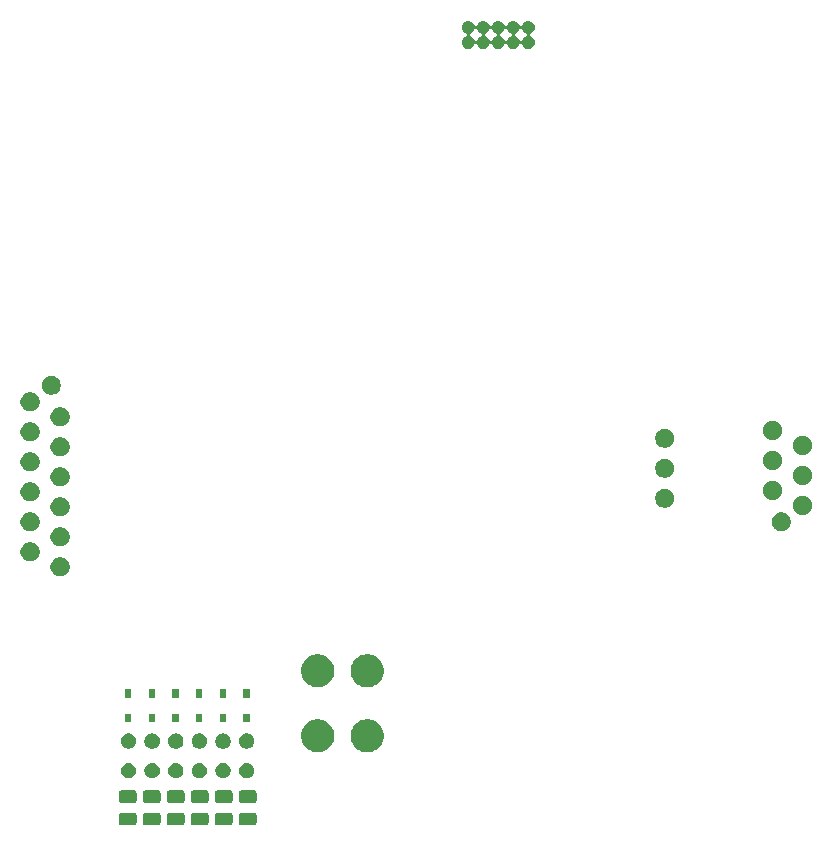
<source format=gbr>
G04 #@! TF.GenerationSoftware,KiCad,Pcbnew,(5.1.4-0)*
G04 #@! TF.CreationDate,2021-02-17T16:02:49+01:00*
G04 #@! TF.ProjectId,cooling control unit,636f6f6c-696e-4672-9063-6f6e74726f6c,rev?*
G04 #@! TF.SameCoordinates,Original*
G04 #@! TF.FileFunction,Soldermask,Bot*
G04 #@! TF.FilePolarity,Negative*
%FSLAX46Y46*%
G04 Gerber Fmt 4.6, Leading zero omitted, Abs format (unit mm)*
G04 Created by KiCad (PCBNEW (5.1.4-0)) date 2021-02-17 16:02:49*
%MOMM*%
%LPD*%
G04 APERTURE LIST*
%ADD10C,0.100000*%
G04 APERTURE END LIST*
D10*
G36*
X121361468Y-124355565D02*
G01*
X121400138Y-124367296D01*
X121435777Y-124386346D01*
X121467017Y-124411983D01*
X121492654Y-124443223D01*
X121511704Y-124478862D01*
X121523435Y-124517532D01*
X121528000Y-124563888D01*
X121528000Y-125215112D01*
X121523435Y-125261468D01*
X121511704Y-125300138D01*
X121492654Y-125335777D01*
X121467017Y-125367017D01*
X121435777Y-125392654D01*
X121400138Y-125411704D01*
X121361468Y-125423435D01*
X121315112Y-125428000D01*
X120238888Y-125428000D01*
X120192532Y-125423435D01*
X120153862Y-125411704D01*
X120118223Y-125392654D01*
X120086983Y-125367017D01*
X120061346Y-125335777D01*
X120042296Y-125300138D01*
X120030565Y-125261468D01*
X120026000Y-125215112D01*
X120026000Y-124563888D01*
X120030565Y-124517532D01*
X120042296Y-124478862D01*
X120061346Y-124443223D01*
X120086983Y-124411983D01*
X120118223Y-124386346D01*
X120153862Y-124367296D01*
X120192532Y-124355565D01*
X120238888Y-124351000D01*
X121315112Y-124351000D01*
X121361468Y-124355565D01*
X121361468Y-124355565D01*
G37*
G36*
X119329468Y-124355565D02*
G01*
X119368138Y-124367296D01*
X119403777Y-124386346D01*
X119435017Y-124411983D01*
X119460654Y-124443223D01*
X119479704Y-124478862D01*
X119491435Y-124517532D01*
X119496000Y-124563888D01*
X119496000Y-125215112D01*
X119491435Y-125261468D01*
X119479704Y-125300138D01*
X119460654Y-125335777D01*
X119435017Y-125367017D01*
X119403777Y-125392654D01*
X119368138Y-125411704D01*
X119329468Y-125423435D01*
X119283112Y-125428000D01*
X118206888Y-125428000D01*
X118160532Y-125423435D01*
X118121862Y-125411704D01*
X118086223Y-125392654D01*
X118054983Y-125367017D01*
X118029346Y-125335777D01*
X118010296Y-125300138D01*
X117998565Y-125261468D01*
X117994000Y-125215112D01*
X117994000Y-124563888D01*
X117998565Y-124517532D01*
X118010296Y-124478862D01*
X118029346Y-124443223D01*
X118054983Y-124411983D01*
X118086223Y-124386346D01*
X118121862Y-124367296D01*
X118160532Y-124355565D01*
X118206888Y-124351000D01*
X119283112Y-124351000D01*
X119329468Y-124355565D01*
X119329468Y-124355565D01*
G37*
G36*
X117297468Y-124355565D02*
G01*
X117336138Y-124367296D01*
X117371777Y-124386346D01*
X117403017Y-124411983D01*
X117428654Y-124443223D01*
X117447704Y-124478862D01*
X117459435Y-124517532D01*
X117464000Y-124563888D01*
X117464000Y-125215112D01*
X117459435Y-125261468D01*
X117447704Y-125300138D01*
X117428654Y-125335777D01*
X117403017Y-125367017D01*
X117371777Y-125392654D01*
X117336138Y-125411704D01*
X117297468Y-125423435D01*
X117251112Y-125428000D01*
X116174888Y-125428000D01*
X116128532Y-125423435D01*
X116089862Y-125411704D01*
X116054223Y-125392654D01*
X116022983Y-125367017D01*
X115997346Y-125335777D01*
X115978296Y-125300138D01*
X115966565Y-125261468D01*
X115962000Y-125215112D01*
X115962000Y-124563888D01*
X115966565Y-124517532D01*
X115978296Y-124478862D01*
X115997346Y-124443223D01*
X116022983Y-124411983D01*
X116054223Y-124386346D01*
X116089862Y-124367296D01*
X116128532Y-124355565D01*
X116174888Y-124351000D01*
X117251112Y-124351000D01*
X117297468Y-124355565D01*
X117297468Y-124355565D01*
G37*
G36*
X115265468Y-124355565D02*
G01*
X115304138Y-124367296D01*
X115339777Y-124386346D01*
X115371017Y-124411983D01*
X115396654Y-124443223D01*
X115415704Y-124478862D01*
X115427435Y-124517532D01*
X115432000Y-124563888D01*
X115432000Y-125215112D01*
X115427435Y-125261468D01*
X115415704Y-125300138D01*
X115396654Y-125335777D01*
X115371017Y-125367017D01*
X115339777Y-125392654D01*
X115304138Y-125411704D01*
X115265468Y-125423435D01*
X115219112Y-125428000D01*
X114142888Y-125428000D01*
X114096532Y-125423435D01*
X114057862Y-125411704D01*
X114022223Y-125392654D01*
X113990983Y-125367017D01*
X113965346Y-125335777D01*
X113946296Y-125300138D01*
X113934565Y-125261468D01*
X113930000Y-125215112D01*
X113930000Y-124563888D01*
X113934565Y-124517532D01*
X113946296Y-124478862D01*
X113965346Y-124443223D01*
X113990983Y-124411983D01*
X114022223Y-124386346D01*
X114057862Y-124367296D01*
X114096532Y-124355565D01*
X114142888Y-124351000D01*
X115219112Y-124351000D01*
X115265468Y-124355565D01*
X115265468Y-124355565D01*
G37*
G36*
X113233468Y-124355565D02*
G01*
X113272138Y-124367296D01*
X113307777Y-124386346D01*
X113339017Y-124411983D01*
X113364654Y-124443223D01*
X113383704Y-124478862D01*
X113395435Y-124517532D01*
X113400000Y-124563888D01*
X113400000Y-125215112D01*
X113395435Y-125261468D01*
X113383704Y-125300138D01*
X113364654Y-125335777D01*
X113339017Y-125367017D01*
X113307777Y-125392654D01*
X113272138Y-125411704D01*
X113233468Y-125423435D01*
X113187112Y-125428000D01*
X112110888Y-125428000D01*
X112064532Y-125423435D01*
X112025862Y-125411704D01*
X111990223Y-125392654D01*
X111958983Y-125367017D01*
X111933346Y-125335777D01*
X111914296Y-125300138D01*
X111902565Y-125261468D01*
X111898000Y-125215112D01*
X111898000Y-124563888D01*
X111902565Y-124517532D01*
X111914296Y-124478862D01*
X111933346Y-124443223D01*
X111958983Y-124411983D01*
X111990223Y-124386346D01*
X112025862Y-124367296D01*
X112064532Y-124355565D01*
X112110888Y-124351000D01*
X113187112Y-124351000D01*
X113233468Y-124355565D01*
X113233468Y-124355565D01*
G37*
G36*
X111201468Y-124355565D02*
G01*
X111240138Y-124367296D01*
X111275777Y-124386346D01*
X111307017Y-124411983D01*
X111332654Y-124443223D01*
X111351704Y-124478862D01*
X111363435Y-124517532D01*
X111368000Y-124563888D01*
X111368000Y-125215112D01*
X111363435Y-125261468D01*
X111351704Y-125300138D01*
X111332654Y-125335777D01*
X111307017Y-125367017D01*
X111275777Y-125392654D01*
X111240138Y-125411704D01*
X111201468Y-125423435D01*
X111155112Y-125428000D01*
X110078888Y-125428000D01*
X110032532Y-125423435D01*
X109993862Y-125411704D01*
X109958223Y-125392654D01*
X109926983Y-125367017D01*
X109901346Y-125335777D01*
X109882296Y-125300138D01*
X109870565Y-125261468D01*
X109866000Y-125215112D01*
X109866000Y-124563888D01*
X109870565Y-124517532D01*
X109882296Y-124478862D01*
X109901346Y-124443223D01*
X109926983Y-124411983D01*
X109958223Y-124386346D01*
X109993862Y-124367296D01*
X110032532Y-124355565D01*
X110078888Y-124351000D01*
X111155112Y-124351000D01*
X111201468Y-124355565D01*
X111201468Y-124355565D01*
G37*
G36*
X121361468Y-122480565D02*
G01*
X121400138Y-122492296D01*
X121435777Y-122511346D01*
X121467017Y-122536983D01*
X121492654Y-122568223D01*
X121511704Y-122603862D01*
X121523435Y-122642532D01*
X121528000Y-122688888D01*
X121528000Y-123340112D01*
X121523435Y-123386468D01*
X121511704Y-123425138D01*
X121492654Y-123460777D01*
X121467017Y-123492017D01*
X121435777Y-123517654D01*
X121400138Y-123536704D01*
X121361468Y-123548435D01*
X121315112Y-123553000D01*
X120238888Y-123553000D01*
X120192532Y-123548435D01*
X120153862Y-123536704D01*
X120118223Y-123517654D01*
X120086983Y-123492017D01*
X120061346Y-123460777D01*
X120042296Y-123425138D01*
X120030565Y-123386468D01*
X120026000Y-123340112D01*
X120026000Y-122688888D01*
X120030565Y-122642532D01*
X120042296Y-122603862D01*
X120061346Y-122568223D01*
X120086983Y-122536983D01*
X120118223Y-122511346D01*
X120153862Y-122492296D01*
X120192532Y-122480565D01*
X120238888Y-122476000D01*
X121315112Y-122476000D01*
X121361468Y-122480565D01*
X121361468Y-122480565D01*
G37*
G36*
X119329468Y-122480565D02*
G01*
X119368138Y-122492296D01*
X119403777Y-122511346D01*
X119435017Y-122536983D01*
X119460654Y-122568223D01*
X119479704Y-122603862D01*
X119491435Y-122642532D01*
X119496000Y-122688888D01*
X119496000Y-123340112D01*
X119491435Y-123386468D01*
X119479704Y-123425138D01*
X119460654Y-123460777D01*
X119435017Y-123492017D01*
X119403777Y-123517654D01*
X119368138Y-123536704D01*
X119329468Y-123548435D01*
X119283112Y-123553000D01*
X118206888Y-123553000D01*
X118160532Y-123548435D01*
X118121862Y-123536704D01*
X118086223Y-123517654D01*
X118054983Y-123492017D01*
X118029346Y-123460777D01*
X118010296Y-123425138D01*
X117998565Y-123386468D01*
X117994000Y-123340112D01*
X117994000Y-122688888D01*
X117998565Y-122642532D01*
X118010296Y-122603862D01*
X118029346Y-122568223D01*
X118054983Y-122536983D01*
X118086223Y-122511346D01*
X118121862Y-122492296D01*
X118160532Y-122480565D01*
X118206888Y-122476000D01*
X119283112Y-122476000D01*
X119329468Y-122480565D01*
X119329468Y-122480565D01*
G37*
G36*
X117297468Y-122480565D02*
G01*
X117336138Y-122492296D01*
X117371777Y-122511346D01*
X117403017Y-122536983D01*
X117428654Y-122568223D01*
X117447704Y-122603862D01*
X117459435Y-122642532D01*
X117464000Y-122688888D01*
X117464000Y-123340112D01*
X117459435Y-123386468D01*
X117447704Y-123425138D01*
X117428654Y-123460777D01*
X117403017Y-123492017D01*
X117371777Y-123517654D01*
X117336138Y-123536704D01*
X117297468Y-123548435D01*
X117251112Y-123553000D01*
X116174888Y-123553000D01*
X116128532Y-123548435D01*
X116089862Y-123536704D01*
X116054223Y-123517654D01*
X116022983Y-123492017D01*
X115997346Y-123460777D01*
X115978296Y-123425138D01*
X115966565Y-123386468D01*
X115962000Y-123340112D01*
X115962000Y-122688888D01*
X115966565Y-122642532D01*
X115978296Y-122603862D01*
X115997346Y-122568223D01*
X116022983Y-122536983D01*
X116054223Y-122511346D01*
X116089862Y-122492296D01*
X116128532Y-122480565D01*
X116174888Y-122476000D01*
X117251112Y-122476000D01*
X117297468Y-122480565D01*
X117297468Y-122480565D01*
G37*
G36*
X115265468Y-122480565D02*
G01*
X115304138Y-122492296D01*
X115339777Y-122511346D01*
X115371017Y-122536983D01*
X115396654Y-122568223D01*
X115415704Y-122603862D01*
X115427435Y-122642532D01*
X115432000Y-122688888D01*
X115432000Y-123340112D01*
X115427435Y-123386468D01*
X115415704Y-123425138D01*
X115396654Y-123460777D01*
X115371017Y-123492017D01*
X115339777Y-123517654D01*
X115304138Y-123536704D01*
X115265468Y-123548435D01*
X115219112Y-123553000D01*
X114142888Y-123553000D01*
X114096532Y-123548435D01*
X114057862Y-123536704D01*
X114022223Y-123517654D01*
X113990983Y-123492017D01*
X113965346Y-123460777D01*
X113946296Y-123425138D01*
X113934565Y-123386468D01*
X113930000Y-123340112D01*
X113930000Y-122688888D01*
X113934565Y-122642532D01*
X113946296Y-122603862D01*
X113965346Y-122568223D01*
X113990983Y-122536983D01*
X114022223Y-122511346D01*
X114057862Y-122492296D01*
X114096532Y-122480565D01*
X114142888Y-122476000D01*
X115219112Y-122476000D01*
X115265468Y-122480565D01*
X115265468Y-122480565D01*
G37*
G36*
X113233468Y-122480565D02*
G01*
X113272138Y-122492296D01*
X113307777Y-122511346D01*
X113339017Y-122536983D01*
X113364654Y-122568223D01*
X113383704Y-122603862D01*
X113395435Y-122642532D01*
X113400000Y-122688888D01*
X113400000Y-123340112D01*
X113395435Y-123386468D01*
X113383704Y-123425138D01*
X113364654Y-123460777D01*
X113339017Y-123492017D01*
X113307777Y-123517654D01*
X113272138Y-123536704D01*
X113233468Y-123548435D01*
X113187112Y-123553000D01*
X112110888Y-123553000D01*
X112064532Y-123548435D01*
X112025862Y-123536704D01*
X111990223Y-123517654D01*
X111958983Y-123492017D01*
X111933346Y-123460777D01*
X111914296Y-123425138D01*
X111902565Y-123386468D01*
X111898000Y-123340112D01*
X111898000Y-122688888D01*
X111902565Y-122642532D01*
X111914296Y-122603862D01*
X111933346Y-122568223D01*
X111958983Y-122536983D01*
X111990223Y-122511346D01*
X112025862Y-122492296D01*
X112064532Y-122480565D01*
X112110888Y-122476000D01*
X113187112Y-122476000D01*
X113233468Y-122480565D01*
X113233468Y-122480565D01*
G37*
G36*
X111201468Y-122480565D02*
G01*
X111240138Y-122492296D01*
X111275777Y-122511346D01*
X111307017Y-122536983D01*
X111332654Y-122568223D01*
X111351704Y-122603862D01*
X111363435Y-122642532D01*
X111368000Y-122688888D01*
X111368000Y-123340112D01*
X111363435Y-123386468D01*
X111351704Y-123425138D01*
X111332654Y-123460777D01*
X111307017Y-123492017D01*
X111275777Y-123517654D01*
X111240138Y-123536704D01*
X111201468Y-123548435D01*
X111155112Y-123553000D01*
X110078888Y-123553000D01*
X110032532Y-123548435D01*
X109993862Y-123536704D01*
X109958223Y-123517654D01*
X109926983Y-123492017D01*
X109901346Y-123460777D01*
X109882296Y-123425138D01*
X109870565Y-123386468D01*
X109866000Y-123340112D01*
X109866000Y-122688888D01*
X109870565Y-122642532D01*
X109882296Y-122603862D01*
X109901346Y-122568223D01*
X109926983Y-122536983D01*
X109958223Y-122511346D01*
X109993862Y-122492296D01*
X110032532Y-122480565D01*
X110078888Y-122476000D01*
X111155112Y-122476000D01*
X111201468Y-122480565D01*
X111201468Y-122480565D01*
G37*
G36*
X120879890Y-120174017D02*
G01*
X120998364Y-120223091D01*
X121104988Y-120294335D01*
X121195665Y-120385012D01*
X121266909Y-120491636D01*
X121315983Y-120610110D01*
X121341000Y-120735882D01*
X121341000Y-120864118D01*
X121315983Y-120989890D01*
X121266909Y-121108364D01*
X121195665Y-121214988D01*
X121104988Y-121305665D01*
X120998364Y-121376909D01*
X120998363Y-121376910D01*
X120998362Y-121376910D01*
X120879890Y-121425983D01*
X120754119Y-121451000D01*
X120625881Y-121451000D01*
X120500110Y-121425983D01*
X120381638Y-121376910D01*
X120381637Y-121376910D01*
X120381636Y-121376909D01*
X120275012Y-121305665D01*
X120184335Y-121214988D01*
X120113091Y-121108364D01*
X120064017Y-120989890D01*
X120039000Y-120864118D01*
X120039000Y-120735882D01*
X120064017Y-120610110D01*
X120113091Y-120491636D01*
X120184335Y-120385012D01*
X120275012Y-120294335D01*
X120381636Y-120223091D01*
X120500110Y-120174017D01*
X120625881Y-120149000D01*
X120754119Y-120149000D01*
X120879890Y-120174017D01*
X120879890Y-120174017D01*
G37*
G36*
X118879890Y-120174017D02*
G01*
X118998364Y-120223091D01*
X119104988Y-120294335D01*
X119195665Y-120385012D01*
X119266909Y-120491636D01*
X119315983Y-120610110D01*
X119341000Y-120735882D01*
X119341000Y-120864118D01*
X119315983Y-120989890D01*
X119266909Y-121108364D01*
X119195665Y-121214988D01*
X119104988Y-121305665D01*
X118998364Y-121376909D01*
X118998363Y-121376910D01*
X118998362Y-121376910D01*
X118879890Y-121425983D01*
X118754119Y-121451000D01*
X118625881Y-121451000D01*
X118500110Y-121425983D01*
X118381638Y-121376910D01*
X118381637Y-121376910D01*
X118381636Y-121376909D01*
X118275012Y-121305665D01*
X118184335Y-121214988D01*
X118113091Y-121108364D01*
X118064017Y-120989890D01*
X118039000Y-120864118D01*
X118039000Y-120735882D01*
X118064017Y-120610110D01*
X118113091Y-120491636D01*
X118184335Y-120385012D01*
X118275012Y-120294335D01*
X118381636Y-120223091D01*
X118500110Y-120174017D01*
X118625881Y-120149000D01*
X118754119Y-120149000D01*
X118879890Y-120174017D01*
X118879890Y-120174017D01*
G37*
G36*
X116879890Y-120174017D02*
G01*
X116998364Y-120223091D01*
X117104988Y-120294335D01*
X117195665Y-120385012D01*
X117266909Y-120491636D01*
X117315983Y-120610110D01*
X117341000Y-120735882D01*
X117341000Y-120864118D01*
X117315983Y-120989890D01*
X117266909Y-121108364D01*
X117195665Y-121214988D01*
X117104988Y-121305665D01*
X116998364Y-121376909D01*
X116998363Y-121376910D01*
X116998362Y-121376910D01*
X116879890Y-121425983D01*
X116754119Y-121451000D01*
X116625881Y-121451000D01*
X116500110Y-121425983D01*
X116381638Y-121376910D01*
X116381637Y-121376910D01*
X116381636Y-121376909D01*
X116275012Y-121305665D01*
X116184335Y-121214988D01*
X116113091Y-121108364D01*
X116064017Y-120989890D01*
X116039000Y-120864118D01*
X116039000Y-120735882D01*
X116064017Y-120610110D01*
X116113091Y-120491636D01*
X116184335Y-120385012D01*
X116275012Y-120294335D01*
X116381636Y-120223091D01*
X116500110Y-120174017D01*
X116625881Y-120149000D01*
X116754119Y-120149000D01*
X116879890Y-120174017D01*
X116879890Y-120174017D01*
G37*
G36*
X114879890Y-120174017D02*
G01*
X114998364Y-120223091D01*
X115104988Y-120294335D01*
X115195665Y-120385012D01*
X115266909Y-120491636D01*
X115315983Y-120610110D01*
X115341000Y-120735882D01*
X115341000Y-120864118D01*
X115315983Y-120989890D01*
X115266909Y-121108364D01*
X115195665Y-121214988D01*
X115104988Y-121305665D01*
X114998364Y-121376909D01*
X114998363Y-121376910D01*
X114998362Y-121376910D01*
X114879890Y-121425983D01*
X114754119Y-121451000D01*
X114625881Y-121451000D01*
X114500110Y-121425983D01*
X114381638Y-121376910D01*
X114381637Y-121376910D01*
X114381636Y-121376909D01*
X114275012Y-121305665D01*
X114184335Y-121214988D01*
X114113091Y-121108364D01*
X114064017Y-120989890D01*
X114039000Y-120864118D01*
X114039000Y-120735882D01*
X114064017Y-120610110D01*
X114113091Y-120491636D01*
X114184335Y-120385012D01*
X114275012Y-120294335D01*
X114381636Y-120223091D01*
X114500110Y-120174017D01*
X114625881Y-120149000D01*
X114754119Y-120149000D01*
X114879890Y-120174017D01*
X114879890Y-120174017D01*
G37*
G36*
X112879890Y-120174017D02*
G01*
X112998364Y-120223091D01*
X113104988Y-120294335D01*
X113195665Y-120385012D01*
X113266909Y-120491636D01*
X113315983Y-120610110D01*
X113341000Y-120735882D01*
X113341000Y-120864118D01*
X113315983Y-120989890D01*
X113266909Y-121108364D01*
X113195665Y-121214988D01*
X113104988Y-121305665D01*
X112998364Y-121376909D01*
X112998363Y-121376910D01*
X112998362Y-121376910D01*
X112879890Y-121425983D01*
X112754119Y-121451000D01*
X112625881Y-121451000D01*
X112500110Y-121425983D01*
X112381638Y-121376910D01*
X112381637Y-121376910D01*
X112381636Y-121376909D01*
X112275012Y-121305665D01*
X112184335Y-121214988D01*
X112113091Y-121108364D01*
X112064017Y-120989890D01*
X112039000Y-120864118D01*
X112039000Y-120735882D01*
X112064017Y-120610110D01*
X112113091Y-120491636D01*
X112184335Y-120385012D01*
X112275012Y-120294335D01*
X112381636Y-120223091D01*
X112500110Y-120174017D01*
X112625881Y-120149000D01*
X112754119Y-120149000D01*
X112879890Y-120174017D01*
X112879890Y-120174017D01*
G37*
G36*
X110879890Y-120174017D02*
G01*
X110998364Y-120223091D01*
X111104988Y-120294335D01*
X111195665Y-120385012D01*
X111266909Y-120491636D01*
X111315983Y-120610110D01*
X111341000Y-120735882D01*
X111341000Y-120864118D01*
X111315983Y-120989890D01*
X111266909Y-121108364D01*
X111195665Y-121214988D01*
X111104988Y-121305665D01*
X110998364Y-121376909D01*
X110998363Y-121376910D01*
X110998362Y-121376910D01*
X110879890Y-121425983D01*
X110754119Y-121451000D01*
X110625881Y-121451000D01*
X110500110Y-121425983D01*
X110381638Y-121376910D01*
X110381637Y-121376910D01*
X110381636Y-121376909D01*
X110275012Y-121305665D01*
X110184335Y-121214988D01*
X110113091Y-121108364D01*
X110064017Y-120989890D01*
X110039000Y-120864118D01*
X110039000Y-120735882D01*
X110064017Y-120610110D01*
X110113091Y-120491636D01*
X110184335Y-120385012D01*
X110275012Y-120294335D01*
X110381636Y-120223091D01*
X110500110Y-120174017D01*
X110625881Y-120149000D01*
X110754119Y-120149000D01*
X110879890Y-120174017D01*
X110879890Y-120174017D01*
G37*
G36*
X131218433Y-116484893D02*
G01*
X131308657Y-116502839D01*
X131414267Y-116546585D01*
X131563621Y-116608449D01*
X131563622Y-116608450D01*
X131793086Y-116761772D01*
X131988228Y-116956914D01*
X132090675Y-117110237D01*
X132141551Y-117186379D01*
X132247161Y-117441344D01*
X132301000Y-117712012D01*
X132301000Y-117987988D01*
X132247161Y-118258656D01*
X132141551Y-118513621D01*
X132141550Y-118513622D01*
X131988228Y-118743086D01*
X131793086Y-118938228D01*
X131639763Y-119040675D01*
X131563621Y-119091551D01*
X131414267Y-119153415D01*
X131308657Y-119197161D01*
X131218433Y-119215107D01*
X131037988Y-119251000D01*
X130762012Y-119251000D01*
X130581567Y-119215107D01*
X130491343Y-119197161D01*
X130385733Y-119153415D01*
X130236379Y-119091551D01*
X130160237Y-119040675D01*
X130006914Y-118938228D01*
X129811772Y-118743086D01*
X129658450Y-118513622D01*
X129658449Y-118513621D01*
X129552839Y-118258656D01*
X129499000Y-117987988D01*
X129499000Y-117712012D01*
X129552839Y-117441344D01*
X129658449Y-117186379D01*
X129709325Y-117110237D01*
X129811772Y-116956914D01*
X130006914Y-116761772D01*
X130236378Y-116608450D01*
X130236379Y-116608449D01*
X130385733Y-116546585D01*
X130491343Y-116502839D01*
X130581567Y-116484893D01*
X130762012Y-116449000D01*
X131037988Y-116449000D01*
X131218433Y-116484893D01*
X131218433Y-116484893D01*
G37*
G36*
X127018433Y-116484893D02*
G01*
X127108657Y-116502839D01*
X127214267Y-116546585D01*
X127363621Y-116608449D01*
X127363622Y-116608450D01*
X127593086Y-116761772D01*
X127788228Y-116956914D01*
X127890675Y-117110237D01*
X127941551Y-117186379D01*
X128047161Y-117441344D01*
X128101000Y-117712012D01*
X128101000Y-117987988D01*
X128047161Y-118258656D01*
X127941551Y-118513621D01*
X127941550Y-118513622D01*
X127788228Y-118743086D01*
X127593086Y-118938228D01*
X127439763Y-119040675D01*
X127363621Y-119091551D01*
X127214267Y-119153415D01*
X127108657Y-119197161D01*
X127018433Y-119215107D01*
X126837988Y-119251000D01*
X126562012Y-119251000D01*
X126381567Y-119215107D01*
X126291343Y-119197161D01*
X126185733Y-119153415D01*
X126036379Y-119091551D01*
X125960237Y-119040675D01*
X125806914Y-118938228D01*
X125611772Y-118743086D01*
X125458450Y-118513622D01*
X125458449Y-118513621D01*
X125352839Y-118258656D01*
X125299000Y-117987988D01*
X125299000Y-117712012D01*
X125352839Y-117441344D01*
X125458449Y-117186379D01*
X125509325Y-117110237D01*
X125611772Y-116956914D01*
X125806914Y-116761772D01*
X126036378Y-116608450D01*
X126036379Y-116608449D01*
X126185733Y-116546585D01*
X126291343Y-116502839D01*
X126381567Y-116484893D01*
X126562012Y-116449000D01*
X126837988Y-116449000D01*
X127018433Y-116484893D01*
X127018433Y-116484893D01*
G37*
G36*
X116879890Y-117674017D02*
G01*
X116971618Y-117712012D01*
X116998364Y-117723091D01*
X117104988Y-117794335D01*
X117195665Y-117885012D01*
X117266909Y-117991636D01*
X117315983Y-118110110D01*
X117341000Y-118235882D01*
X117341000Y-118364118D01*
X117315983Y-118489890D01*
X117266909Y-118608364D01*
X117195665Y-118714988D01*
X117104988Y-118805665D01*
X116998364Y-118876909D01*
X116998363Y-118876910D01*
X116998362Y-118876910D01*
X116879890Y-118925983D01*
X116754119Y-118951000D01*
X116625881Y-118951000D01*
X116500110Y-118925983D01*
X116381638Y-118876910D01*
X116381637Y-118876910D01*
X116381636Y-118876909D01*
X116275012Y-118805665D01*
X116184335Y-118714988D01*
X116113091Y-118608364D01*
X116064017Y-118489890D01*
X116039000Y-118364118D01*
X116039000Y-118235882D01*
X116064017Y-118110110D01*
X116113091Y-117991636D01*
X116184335Y-117885012D01*
X116275012Y-117794335D01*
X116381636Y-117723091D01*
X116408383Y-117712012D01*
X116500110Y-117674017D01*
X116625881Y-117649000D01*
X116754119Y-117649000D01*
X116879890Y-117674017D01*
X116879890Y-117674017D01*
G37*
G36*
X110879890Y-117674017D02*
G01*
X110971618Y-117712012D01*
X110998364Y-117723091D01*
X111104988Y-117794335D01*
X111195665Y-117885012D01*
X111266909Y-117991636D01*
X111315983Y-118110110D01*
X111341000Y-118235882D01*
X111341000Y-118364118D01*
X111315983Y-118489890D01*
X111266909Y-118608364D01*
X111195665Y-118714988D01*
X111104988Y-118805665D01*
X110998364Y-118876909D01*
X110998363Y-118876910D01*
X110998362Y-118876910D01*
X110879890Y-118925983D01*
X110754119Y-118951000D01*
X110625881Y-118951000D01*
X110500110Y-118925983D01*
X110381638Y-118876910D01*
X110381637Y-118876910D01*
X110381636Y-118876909D01*
X110275012Y-118805665D01*
X110184335Y-118714988D01*
X110113091Y-118608364D01*
X110064017Y-118489890D01*
X110039000Y-118364118D01*
X110039000Y-118235882D01*
X110064017Y-118110110D01*
X110113091Y-117991636D01*
X110184335Y-117885012D01*
X110275012Y-117794335D01*
X110381636Y-117723091D01*
X110408383Y-117712012D01*
X110500110Y-117674017D01*
X110625881Y-117649000D01*
X110754119Y-117649000D01*
X110879890Y-117674017D01*
X110879890Y-117674017D01*
G37*
G36*
X120879890Y-117674017D02*
G01*
X120971618Y-117712012D01*
X120998364Y-117723091D01*
X121104988Y-117794335D01*
X121195665Y-117885012D01*
X121266909Y-117991636D01*
X121315983Y-118110110D01*
X121341000Y-118235882D01*
X121341000Y-118364118D01*
X121315983Y-118489890D01*
X121266909Y-118608364D01*
X121195665Y-118714988D01*
X121104988Y-118805665D01*
X120998364Y-118876909D01*
X120998363Y-118876910D01*
X120998362Y-118876910D01*
X120879890Y-118925983D01*
X120754119Y-118951000D01*
X120625881Y-118951000D01*
X120500110Y-118925983D01*
X120381638Y-118876910D01*
X120381637Y-118876910D01*
X120381636Y-118876909D01*
X120275012Y-118805665D01*
X120184335Y-118714988D01*
X120113091Y-118608364D01*
X120064017Y-118489890D01*
X120039000Y-118364118D01*
X120039000Y-118235882D01*
X120064017Y-118110110D01*
X120113091Y-117991636D01*
X120184335Y-117885012D01*
X120275012Y-117794335D01*
X120381636Y-117723091D01*
X120408383Y-117712012D01*
X120500110Y-117674017D01*
X120625881Y-117649000D01*
X120754119Y-117649000D01*
X120879890Y-117674017D01*
X120879890Y-117674017D01*
G37*
G36*
X118879890Y-117674017D02*
G01*
X118971618Y-117712012D01*
X118998364Y-117723091D01*
X119104988Y-117794335D01*
X119195665Y-117885012D01*
X119266909Y-117991636D01*
X119315983Y-118110110D01*
X119341000Y-118235882D01*
X119341000Y-118364118D01*
X119315983Y-118489890D01*
X119266909Y-118608364D01*
X119195665Y-118714988D01*
X119104988Y-118805665D01*
X118998364Y-118876909D01*
X118998363Y-118876910D01*
X118998362Y-118876910D01*
X118879890Y-118925983D01*
X118754119Y-118951000D01*
X118625881Y-118951000D01*
X118500110Y-118925983D01*
X118381638Y-118876910D01*
X118381637Y-118876910D01*
X118381636Y-118876909D01*
X118275012Y-118805665D01*
X118184335Y-118714988D01*
X118113091Y-118608364D01*
X118064017Y-118489890D01*
X118039000Y-118364118D01*
X118039000Y-118235882D01*
X118064017Y-118110110D01*
X118113091Y-117991636D01*
X118184335Y-117885012D01*
X118275012Y-117794335D01*
X118381636Y-117723091D01*
X118408383Y-117712012D01*
X118500110Y-117674017D01*
X118625881Y-117649000D01*
X118754119Y-117649000D01*
X118879890Y-117674017D01*
X118879890Y-117674017D01*
G37*
G36*
X114879890Y-117674017D02*
G01*
X114971618Y-117712012D01*
X114998364Y-117723091D01*
X115104988Y-117794335D01*
X115195665Y-117885012D01*
X115266909Y-117991636D01*
X115315983Y-118110110D01*
X115341000Y-118235882D01*
X115341000Y-118364118D01*
X115315983Y-118489890D01*
X115266909Y-118608364D01*
X115195665Y-118714988D01*
X115104988Y-118805665D01*
X114998364Y-118876909D01*
X114998363Y-118876910D01*
X114998362Y-118876910D01*
X114879890Y-118925983D01*
X114754119Y-118951000D01*
X114625881Y-118951000D01*
X114500110Y-118925983D01*
X114381638Y-118876910D01*
X114381637Y-118876910D01*
X114381636Y-118876909D01*
X114275012Y-118805665D01*
X114184335Y-118714988D01*
X114113091Y-118608364D01*
X114064017Y-118489890D01*
X114039000Y-118364118D01*
X114039000Y-118235882D01*
X114064017Y-118110110D01*
X114113091Y-117991636D01*
X114184335Y-117885012D01*
X114275012Y-117794335D01*
X114381636Y-117723091D01*
X114408383Y-117712012D01*
X114500110Y-117674017D01*
X114625881Y-117649000D01*
X114754119Y-117649000D01*
X114879890Y-117674017D01*
X114879890Y-117674017D01*
G37*
G36*
X112879890Y-117674017D02*
G01*
X112971618Y-117712012D01*
X112998364Y-117723091D01*
X113104988Y-117794335D01*
X113195665Y-117885012D01*
X113266909Y-117991636D01*
X113315983Y-118110110D01*
X113341000Y-118235882D01*
X113341000Y-118364118D01*
X113315983Y-118489890D01*
X113266909Y-118608364D01*
X113195665Y-118714988D01*
X113104988Y-118805665D01*
X112998364Y-118876909D01*
X112998363Y-118876910D01*
X112998362Y-118876910D01*
X112879890Y-118925983D01*
X112754119Y-118951000D01*
X112625881Y-118951000D01*
X112500110Y-118925983D01*
X112381638Y-118876910D01*
X112381637Y-118876910D01*
X112381636Y-118876909D01*
X112275012Y-118805665D01*
X112184335Y-118714988D01*
X112113091Y-118608364D01*
X112064017Y-118489890D01*
X112039000Y-118364118D01*
X112039000Y-118235882D01*
X112064017Y-118110110D01*
X112113091Y-117991636D01*
X112184335Y-117885012D01*
X112275012Y-117794335D01*
X112381636Y-117723091D01*
X112408383Y-117712012D01*
X112500110Y-117674017D01*
X112625881Y-117649000D01*
X112754119Y-117649000D01*
X112879890Y-117674017D01*
X112879890Y-117674017D01*
G37*
G36*
X114941760Y-116727160D02*
G01*
X114389760Y-116727160D01*
X114389760Y-116025160D01*
X114941760Y-116025160D01*
X114941760Y-116727160D01*
X114941760Y-116727160D01*
G37*
G36*
X120971720Y-116727160D02*
G01*
X120419720Y-116727160D01*
X120419720Y-116025160D01*
X120971720Y-116025160D01*
X120971720Y-116727160D01*
X120971720Y-116727160D01*
G37*
G36*
X118961056Y-116727160D02*
G01*
X118409056Y-116727160D01*
X118409056Y-116025160D01*
X118961056Y-116025160D01*
X118961056Y-116727160D01*
X118961056Y-116727160D01*
G37*
G36*
X116950392Y-116727160D02*
G01*
X116398392Y-116727160D01*
X116398392Y-116025160D01*
X116950392Y-116025160D01*
X116950392Y-116727160D01*
X116950392Y-116727160D01*
G37*
G36*
X112965640Y-116727160D02*
G01*
X112413640Y-116727160D01*
X112413640Y-116025160D01*
X112965640Y-116025160D01*
X112965640Y-116727160D01*
X112965640Y-116727160D01*
G37*
G36*
X110918400Y-116727160D02*
G01*
X110366400Y-116727160D01*
X110366400Y-116025160D01*
X110918400Y-116025160D01*
X110918400Y-116727160D01*
X110918400Y-116727160D01*
G37*
G36*
X114941760Y-114627160D02*
G01*
X114389760Y-114627160D01*
X114389760Y-113925160D01*
X114941760Y-113925160D01*
X114941760Y-114627160D01*
X114941760Y-114627160D01*
G37*
G36*
X112965640Y-114627160D02*
G01*
X112413640Y-114627160D01*
X112413640Y-113925160D01*
X112965640Y-113925160D01*
X112965640Y-114627160D01*
X112965640Y-114627160D01*
G37*
G36*
X116950392Y-114627160D02*
G01*
X116398392Y-114627160D01*
X116398392Y-113925160D01*
X116950392Y-113925160D01*
X116950392Y-114627160D01*
X116950392Y-114627160D01*
G37*
G36*
X110918400Y-114627160D02*
G01*
X110366400Y-114627160D01*
X110366400Y-113925160D01*
X110918400Y-113925160D01*
X110918400Y-114627160D01*
X110918400Y-114627160D01*
G37*
G36*
X118961056Y-114627160D02*
G01*
X118409056Y-114627160D01*
X118409056Y-113925160D01*
X118961056Y-113925160D01*
X118961056Y-114627160D01*
X118961056Y-114627160D01*
G37*
G36*
X120971720Y-114627160D02*
G01*
X120419720Y-114627160D01*
X120419720Y-113925160D01*
X120971720Y-113925160D01*
X120971720Y-114627160D01*
X120971720Y-114627160D01*
G37*
G36*
X131218433Y-110984893D02*
G01*
X131308657Y-111002839D01*
X131414267Y-111046585D01*
X131563621Y-111108449D01*
X131563622Y-111108450D01*
X131793086Y-111261772D01*
X131988228Y-111456914D01*
X132090675Y-111610237D01*
X132141551Y-111686379D01*
X132247161Y-111941344D01*
X132301000Y-112212012D01*
X132301000Y-112487988D01*
X132247161Y-112758656D01*
X132141551Y-113013621D01*
X132141550Y-113013622D01*
X131988228Y-113243086D01*
X131793086Y-113438228D01*
X131639763Y-113540675D01*
X131563621Y-113591551D01*
X131414267Y-113653415D01*
X131308657Y-113697161D01*
X131218433Y-113715107D01*
X131037988Y-113751000D01*
X130762012Y-113751000D01*
X130581567Y-113715107D01*
X130491343Y-113697161D01*
X130385733Y-113653415D01*
X130236379Y-113591551D01*
X130160237Y-113540675D01*
X130006914Y-113438228D01*
X129811772Y-113243086D01*
X129658450Y-113013622D01*
X129658449Y-113013621D01*
X129552839Y-112758656D01*
X129499000Y-112487988D01*
X129499000Y-112212012D01*
X129552839Y-111941344D01*
X129658449Y-111686379D01*
X129709325Y-111610237D01*
X129811772Y-111456914D01*
X130006914Y-111261772D01*
X130236378Y-111108450D01*
X130236379Y-111108449D01*
X130385733Y-111046585D01*
X130491343Y-111002839D01*
X130581567Y-110984893D01*
X130762012Y-110949000D01*
X131037988Y-110949000D01*
X131218433Y-110984893D01*
X131218433Y-110984893D01*
G37*
G36*
X127018433Y-110984893D02*
G01*
X127108657Y-111002839D01*
X127214267Y-111046585D01*
X127363621Y-111108449D01*
X127363622Y-111108450D01*
X127593086Y-111261772D01*
X127788228Y-111456914D01*
X127890675Y-111610237D01*
X127941551Y-111686379D01*
X128047161Y-111941344D01*
X128101000Y-112212012D01*
X128101000Y-112487988D01*
X128047161Y-112758656D01*
X127941551Y-113013621D01*
X127941550Y-113013622D01*
X127788228Y-113243086D01*
X127593086Y-113438228D01*
X127439763Y-113540675D01*
X127363621Y-113591551D01*
X127214267Y-113653415D01*
X127108657Y-113697161D01*
X127018433Y-113715107D01*
X126837988Y-113751000D01*
X126562012Y-113751000D01*
X126381567Y-113715107D01*
X126291343Y-113697161D01*
X126185733Y-113653415D01*
X126036379Y-113591551D01*
X125960237Y-113540675D01*
X125806914Y-113438228D01*
X125611772Y-113243086D01*
X125458450Y-113013622D01*
X125458449Y-113013621D01*
X125352839Y-112758656D01*
X125299000Y-112487988D01*
X125299000Y-112212012D01*
X125352839Y-111941344D01*
X125458449Y-111686379D01*
X125509325Y-111610237D01*
X125611772Y-111456914D01*
X125806914Y-111261772D01*
X126036378Y-111108450D01*
X126036379Y-111108449D01*
X126185733Y-111046585D01*
X126291343Y-111002839D01*
X126381567Y-110984893D01*
X126562012Y-110949000D01*
X126837988Y-110949000D01*
X127018433Y-110984893D01*
X127018433Y-110984893D01*
G37*
G36*
X105127142Y-102763242D02*
G01*
X105275101Y-102824529D01*
X105408255Y-102913499D01*
X105521501Y-103026745D01*
X105610471Y-103159899D01*
X105671758Y-103307858D01*
X105703000Y-103464925D01*
X105703000Y-103625075D01*
X105671758Y-103782142D01*
X105610471Y-103930101D01*
X105521501Y-104063255D01*
X105408255Y-104176501D01*
X105275101Y-104265471D01*
X105127142Y-104326758D01*
X104970075Y-104358000D01*
X104809925Y-104358000D01*
X104652858Y-104326758D01*
X104504899Y-104265471D01*
X104371745Y-104176501D01*
X104258499Y-104063255D01*
X104169529Y-103930101D01*
X104108242Y-103782142D01*
X104077000Y-103625075D01*
X104077000Y-103464925D01*
X104108242Y-103307858D01*
X104169529Y-103159899D01*
X104258499Y-103026745D01*
X104371745Y-102913499D01*
X104504899Y-102824529D01*
X104652858Y-102763242D01*
X104809925Y-102732000D01*
X104970075Y-102732000D01*
X105127142Y-102763242D01*
X105127142Y-102763242D01*
G37*
G36*
X102587142Y-101493242D02*
G01*
X102735101Y-101554529D01*
X102868255Y-101643499D01*
X102981501Y-101756745D01*
X103070471Y-101889899D01*
X103131758Y-102037858D01*
X103163000Y-102194925D01*
X103163000Y-102355075D01*
X103131758Y-102512142D01*
X103070471Y-102660101D01*
X102981501Y-102793255D01*
X102868255Y-102906501D01*
X102735101Y-102995471D01*
X102587142Y-103056758D01*
X102430075Y-103088000D01*
X102269925Y-103088000D01*
X102112858Y-103056758D01*
X101964899Y-102995471D01*
X101831745Y-102906501D01*
X101718499Y-102793255D01*
X101629529Y-102660101D01*
X101568242Y-102512142D01*
X101537000Y-102355075D01*
X101537000Y-102194925D01*
X101568242Y-102037858D01*
X101629529Y-101889899D01*
X101718499Y-101756745D01*
X101831745Y-101643499D01*
X101964899Y-101554529D01*
X102112858Y-101493242D01*
X102269925Y-101462000D01*
X102430075Y-101462000D01*
X102587142Y-101493242D01*
X102587142Y-101493242D01*
G37*
G36*
X105127142Y-100223242D02*
G01*
X105275101Y-100284529D01*
X105408255Y-100373499D01*
X105521501Y-100486745D01*
X105610471Y-100619899D01*
X105671758Y-100767858D01*
X105703000Y-100924925D01*
X105703000Y-101085075D01*
X105671758Y-101242142D01*
X105610471Y-101390101D01*
X105521501Y-101523255D01*
X105408255Y-101636501D01*
X105275101Y-101725471D01*
X105127142Y-101786758D01*
X104970075Y-101818000D01*
X104809925Y-101818000D01*
X104652858Y-101786758D01*
X104504899Y-101725471D01*
X104371745Y-101636501D01*
X104258499Y-101523255D01*
X104169529Y-101390101D01*
X104108242Y-101242142D01*
X104077000Y-101085075D01*
X104077000Y-100924925D01*
X104108242Y-100767858D01*
X104169529Y-100619899D01*
X104258499Y-100486745D01*
X104371745Y-100373499D01*
X104504899Y-100284529D01*
X104652858Y-100223242D01*
X104809925Y-100192000D01*
X104970075Y-100192000D01*
X105127142Y-100223242D01*
X105127142Y-100223242D01*
G37*
G36*
X102587142Y-98953242D02*
G01*
X102735101Y-99014529D01*
X102868255Y-99103499D01*
X102981501Y-99216745D01*
X103070471Y-99349899D01*
X103131758Y-99497858D01*
X103163000Y-99654925D01*
X103163000Y-99815075D01*
X103131758Y-99972142D01*
X103070471Y-100120101D01*
X102981501Y-100253255D01*
X102868255Y-100366501D01*
X102735101Y-100455471D01*
X102587142Y-100516758D01*
X102430075Y-100548000D01*
X102269925Y-100548000D01*
X102112858Y-100516758D01*
X101964899Y-100455471D01*
X101831745Y-100366501D01*
X101718499Y-100253255D01*
X101629529Y-100120101D01*
X101568242Y-99972142D01*
X101537000Y-99815075D01*
X101537000Y-99654925D01*
X101568242Y-99497858D01*
X101629529Y-99349899D01*
X101718499Y-99216745D01*
X101831745Y-99103499D01*
X101964899Y-99014529D01*
X102112858Y-98953242D01*
X102269925Y-98922000D01*
X102430075Y-98922000D01*
X102587142Y-98953242D01*
X102587142Y-98953242D01*
G37*
G36*
X166184642Y-98969781D02*
G01*
X166330414Y-99030162D01*
X166330416Y-99030163D01*
X166461608Y-99117822D01*
X166573178Y-99229392D01*
X166653698Y-99349900D01*
X166660838Y-99360586D01*
X166721219Y-99506358D01*
X166752000Y-99661107D01*
X166752000Y-99818893D01*
X166721219Y-99973642D01*
X166660838Y-100119414D01*
X166660837Y-100119416D01*
X166573178Y-100250608D01*
X166461608Y-100362178D01*
X166330416Y-100449837D01*
X166330415Y-100449838D01*
X166330414Y-100449838D01*
X166184642Y-100510219D01*
X166029893Y-100541000D01*
X165872107Y-100541000D01*
X165717358Y-100510219D01*
X165571586Y-100449838D01*
X165571585Y-100449838D01*
X165571584Y-100449837D01*
X165440392Y-100362178D01*
X165328822Y-100250608D01*
X165241163Y-100119416D01*
X165241162Y-100119414D01*
X165180781Y-99973642D01*
X165150000Y-99818893D01*
X165150000Y-99661107D01*
X165180781Y-99506358D01*
X165241162Y-99360586D01*
X165248302Y-99349900D01*
X165328822Y-99229392D01*
X165440392Y-99117822D01*
X165571584Y-99030163D01*
X165571586Y-99030162D01*
X165717358Y-98969781D01*
X165872107Y-98939000D01*
X166029893Y-98939000D01*
X166184642Y-98969781D01*
X166184642Y-98969781D01*
G37*
G36*
X105127142Y-97683242D02*
G01*
X105275101Y-97744529D01*
X105408255Y-97833499D01*
X105521501Y-97946745D01*
X105610471Y-98079899D01*
X105671758Y-98227858D01*
X105703000Y-98384925D01*
X105703000Y-98545075D01*
X105671758Y-98702142D01*
X105610471Y-98850101D01*
X105521501Y-98983255D01*
X105408255Y-99096501D01*
X105275101Y-99185471D01*
X105127142Y-99246758D01*
X104970075Y-99278000D01*
X104809925Y-99278000D01*
X104652858Y-99246758D01*
X104504899Y-99185471D01*
X104371745Y-99096501D01*
X104258499Y-98983255D01*
X104169529Y-98850101D01*
X104108242Y-98702142D01*
X104077000Y-98545075D01*
X104077000Y-98384925D01*
X104108242Y-98227858D01*
X104169529Y-98079899D01*
X104258499Y-97946745D01*
X104371745Y-97833499D01*
X104504899Y-97744529D01*
X104652858Y-97683242D01*
X104809925Y-97652000D01*
X104970075Y-97652000D01*
X105127142Y-97683242D01*
X105127142Y-97683242D01*
G37*
G36*
X167988142Y-97558242D02*
G01*
X168136101Y-97619529D01*
X168269255Y-97708499D01*
X168382501Y-97821745D01*
X168471471Y-97954899D01*
X168532758Y-98102858D01*
X168564000Y-98259925D01*
X168564000Y-98420075D01*
X168532758Y-98577142D01*
X168471471Y-98725101D01*
X168382501Y-98858255D01*
X168269255Y-98971501D01*
X168136101Y-99060471D01*
X167988142Y-99121758D01*
X167831075Y-99153000D01*
X167670925Y-99153000D01*
X167513858Y-99121758D01*
X167365899Y-99060471D01*
X167232745Y-98971501D01*
X167119499Y-98858255D01*
X167030529Y-98725101D01*
X166969242Y-98577142D01*
X166938000Y-98420075D01*
X166938000Y-98259925D01*
X166969242Y-98102858D01*
X167030529Y-97954899D01*
X167119499Y-97821745D01*
X167232745Y-97708499D01*
X167365899Y-97619529D01*
X167513858Y-97558242D01*
X167670925Y-97527000D01*
X167831075Y-97527000D01*
X167988142Y-97558242D01*
X167988142Y-97558242D01*
G37*
G36*
X156337142Y-96958242D02*
G01*
X156485101Y-97019529D01*
X156618255Y-97108499D01*
X156731501Y-97221745D01*
X156820471Y-97354899D01*
X156881758Y-97502858D01*
X156913000Y-97659925D01*
X156913000Y-97820075D01*
X156881758Y-97977142D01*
X156820471Y-98125101D01*
X156731501Y-98258255D01*
X156618255Y-98371501D01*
X156485101Y-98460471D01*
X156337142Y-98521758D01*
X156180075Y-98553000D01*
X156019925Y-98553000D01*
X155862858Y-98521758D01*
X155714899Y-98460471D01*
X155581745Y-98371501D01*
X155468499Y-98258255D01*
X155379529Y-98125101D01*
X155318242Y-97977142D01*
X155287000Y-97820075D01*
X155287000Y-97659925D01*
X155318242Y-97502858D01*
X155379529Y-97354899D01*
X155468499Y-97221745D01*
X155581745Y-97108499D01*
X155714899Y-97019529D01*
X155862858Y-96958242D01*
X156019925Y-96927000D01*
X156180075Y-96927000D01*
X156337142Y-96958242D01*
X156337142Y-96958242D01*
G37*
G36*
X102587142Y-96413242D02*
G01*
X102735101Y-96474529D01*
X102868255Y-96563499D01*
X102981501Y-96676745D01*
X103070471Y-96809899D01*
X103131758Y-96957858D01*
X103163000Y-97114925D01*
X103163000Y-97275075D01*
X103131758Y-97432142D01*
X103070471Y-97580101D01*
X102981501Y-97713255D01*
X102868255Y-97826501D01*
X102735101Y-97915471D01*
X102587142Y-97976758D01*
X102430075Y-98008000D01*
X102269925Y-98008000D01*
X102112858Y-97976758D01*
X101964899Y-97915471D01*
X101831745Y-97826501D01*
X101718499Y-97713255D01*
X101629529Y-97580101D01*
X101568242Y-97432142D01*
X101537000Y-97275075D01*
X101537000Y-97114925D01*
X101568242Y-96957858D01*
X101629529Y-96809899D01*
X101718499Y-96676745D01*
X101831745Y-96563499D01*
X101964899Y-96474529D01*
X102112858Y-96413242D01*
X102269925Y-96382000D01*
X102430075Y-96382000D01*
X102587142Y-96413242D01*
X102587142Y-96413242D01*
G37*
G36*
X165448142Y-96288242D02*
G01*
X165596101Y-96349529D01*
X165729255Y-96438499D01*
X165842501Y-96551745D01*
X165931471Y-96684899D01*
X165992758Y-96832858D01*
X166024000Y-96989925D01*
X166024000Y-97150075D01*
X165992758Y-97307142D01*
X165931471Y-97455101D01*
X165842501Y-97588255D01*
X165729255Y-97701501D01*
X165596101Y-97790471D01*
X165448142Y-97851758D01*
X165291075Y-97883000D01*
X165130925Y-97883000D01*
X164973858Y-97851758D01*
X164825899Y-97790471D01*
X164692745Y-97701501D01*
X164579499Y-97588255D01*
X164490529Y-97455101D01*
X164429242Y-97307142D01*
X164398000Y-97150075D01*
X164398000Y-96989925D01*
X164429242Y-96832858D01*
X164490529Y-96684899D01*
X164579499Y-96551745D01*
X164692745Y-96438499D01*
X164825899Y-96349529D01*
X164973858Y-96288242D01*
X165130925Y-96257000D01*
X165291075Y-96257000D01*
X165448142Y-96288242D01*
X165448142Y-96288242D01*
G37*
G36*
X105127142Y-95143242D02*
G01*
X105275101Y-95204529D01*
X105408255Y-95293499D01*
X105521501Y-95406745D01*
X105610471Y-95539899D01*
X105671758Y-95687858D01*
X105703000Y-95844925D01*
X105703000Y-96005075D01*
X105671758Y-96162142D01*
X105610471Y-96310101D01*
X105521501Y-96443255D01*
X105408255Y-96556501D01*
X105275101Y-96645471D01*
X105127142Y-96706758D01*
X104970075Y-96738000D01*
X104809925Y-96738000D01*
X104652858Y-96706758D01*
X104504899Y-96645471D01*
X104371745Y-96556501D01*
X104258499Y-96443255D01*
X104169529Y-96310101D01*
X104108242Y-96162142D01*
X104077000Y-96005075D01*
X104077000Y-95844925D01*
X104108242Y-95687858D01*
X104169529Y-95539899D01*
X104258499Y-95406745D01*
X104371745Y-95293499D01*
X104504899Y-95204529D01*
X104652858Y-95143242D01*
X104809925Y-95112000D01*
X104970075Y-95112000D01*
X105127142Y-95143242D01*
X105127142Y-95143242D01*
G37*
G36*
X167988142Y-95018242D02*
G01*
X168136101Y-95079529D01*
X168269255Y-95168499D01*
X168382501Y-95281745D01*
X168471471Y-95414899D01*
X168532758Y-95562858D01*
X168564000Y-95719925D01*
X168564000Y-95880075D01*
X168532758Y-96037142D01*
X168471471Y-96185101D01*
X168382501Y-96318255D01*
X168269255Y-96431501D01*
X168136101Y-96520471D01*
X167988142Y-96581758D01*
X167831075Y-96613000D01*
X167670925Y-96613000D01*
X167513858Y-96581758D01*
X167365899Y-96520471D01*
X167232745Y-96431501D01*
X167119499Y-96318255D01*
X167030529Y-96185101D01*
X166969242Y-96037142D01*
X166938000Y-95880075D01*
X166938000Y-95719925D01*
X166969242Y-95562858D01*
X167030529Y-95414899D01*
X167119499Y-95281745D01*
X167232745Y-95168499D01*
X167365899Y-95079529D01*
X167513858Y-95018242D01*
X167670925Y-94987000D01*
X167831075Y-94987000D01*
X167988142Y-95018242D01*
X167988142Y-95018242D01*
G37*
G36*
X156337142Y-94418242D02*
G01*
X156485101Y-94479529D01*
X156618255Y-94568499D01*
X156731501Y-94681745D01*
X156820471Y-94814899D01*
X156881758Y-94962858D01*
X156913000Y-95119925D01*
X156913000Y-95280075D01*
X156881758Y-95437142D01*
X156820471Y-95585101D01*
X156731501Y-95718255D01*
X156618255Y-95831501D01*
X156485101Y-95920471D01*
X156337142Y-95981758D01*
X156180075Y-96013000D01*
X156019925Y-96013000D01*
X155862858Y-95981758D01*
X155714899Y-95920471D01*
X155581745Y-95831501D01*
X155468499Y-95718255D01*
X155379529Y-95585101D01*
X155318242Y-95437142D01*
X155287000Y-95280075D01*
X155287000Y-95119925D01*
X155318242Y-94962858D01*
X155379529Y-94814899D01*
X155468499Y-94681745D01*
X155581745Y-94568499D01*
X155714899Y-94479529D01*
X155862858Y-94418242D01*
X156019925Y-94387000D01*
X156180075Y-94387000D01*
X156337142Y-94418242D01*
X156337142Y-94418242D01*
G37*
G36*
X102587142Y-93873242D02*
G01*
X102735101Y-93934529D01*
X102868255Y-94023499D01*
X102981501Y-94136745D01*
X103070471Y-94269899D01*
X103131758Y-94417858D01*
X103163000Y-94574925D01*
X103163000Y-94735075D01*
X103131758Y-94892142D01*
X103070471Y-95040101D01*
X102981501Y-95173255D01*
X102868255Y-95286501D01*
X102735101Y-95375471D01*
X102587142Y-95436758D01*
X102430075Y-95468000D01*
X102269925Y-95468000D01*
X102112858Y-95436758D01*
X101964899Y-95375471D01*
X101831745Y-95286501D01*
X101718499Y-95173255D01*
X101629529Y-95040101D01*
X101568242Y-94892142D01*
X101537000Y-94735075D01*
X101537000Y-94574925D01*
X101568242Y-94417858D01*
X101629529Y-94269899D01*
X101718499Y-94136745D01*
X101831745Y-94023499D01*
X101964899Y-93934529D01*
X102112858Y-93873242D01*
X102269925Y-93842000D01*
X102430075Y-93842000D01*
X102587142Y-93873242D01*
X102587142Y-93873242D01*
G37*
G36*
X165448142Y-93748242D02*
G01*
X165596101Y-93809529D01*
X165729255Y-93898499D01*
X165842501Y-94011745D01*
X165931471Y-94144899D01*
X165992758Y-94292858D01*
X166024000Y-94449925D01*
X166024000Y-94610075D01*
X165992758Y-94767142D01*
X165931471Y-94915101D01*
X165842501Y-95048255D01*
X165729255Y-95161501D01*
X165596101Y-95250471D01*
X165448142Y-95311758D01*
X165291075Y-95343000D01*
X165130925Y-95343000D01*
X164973858Y-95311758D01*
X164825899Y-95250471D01*
X164692745Y-95161501D01*
X164579499Y-95048255D01*
X164490529Y-94915101D01*
X164429242Y-94767142D01*
X164398000Y-94610075D01*
X164398000Y-94449925D01*
X164429242Y-94292858D01*
X164490529Y-94144899D01*
X164579499Y-94011745D01*
X164692745Y-93898499D01*
X164825899Y-93809529D01*
X164973858Y-93748242D01*
X165130925Y-93717000D01*
X165291075Y-93717000D01*
X165448142Y-93748242D01*
X165448142Y-93748242D01*
G37*
G36*
X105127142Y-92603242D02*
G01*
X105275101Y-92664529D01*
X105408255Y-92753499D01*
X105521501Y-92866745D01*
X105610471Y-92999899D01*
X105671758Y-93147858D01*
X105703000Y-93304925D01*
X105703000Y-93465075D01*
X105671758Y-93622142D01*
X105610471Y-93770101D01*
X105521501Y-93903255D01*
X105408255Y-94016501D01*
X105275101Y-94105471D01*
X105127142Y-94166758D01*
X104970075Y-94198000D01*
X104809925Y-94198000D01*
X104652858Y-94166758D01*
X104504899Y-94105471D01*
X104371745Y-94016501D01*
X104258499Y-93903255D01*
X104169529Y-93770101D01*
X104108242Y-93622142D01*
X104077000Y-93465075D01*
X104077000Y-93304925D01*
X104108242Y-93147858D01*
X104169529Y-92999899D01*
X104258499Y-92866745D01*
X104371745Y-92753499D01*
X104504899Y-92664529D01*
X104652858Y-92603242D01*
X104809925Y-92572000D01*
X104970075Y-92572000D01*
X105127142Y-92603242D01*
X105127142Y-92603242D01*
G37*
G36*
X167988142Y-92478242D02*
G01*
X168136101Y-92539529D01*
X168269255Y-92628499D01*
X168382501Y-92741745D01*
X168471471Y-92874899D01*
X168532758Y-93022858D01*
X168564000Y-93179925D01*
X168564000Y-93340075D01*
X168532758Y-93497142D01*
X168471471Y-93645101D01*
X168382501Y-93778255D01*
X168269255Y-93891501D01*
X168136101Y-93980471D01*
X167988142Y-94041758D01*
X167831075Y-94073000D01*
X167670925Y-94073000D01*
X167513858Y-94041758D01*
X167365899Y-93980471D01*
X167232745Y-93891501D01*
X167119499Y-93778255D01*
X167030529Y-93645101D01*
X166969242Y-93497142D01*
X166938000Y-93340075D01*
X166938000Y-93179925D01*
X166969242Y-93022858D01*
X167030529Y-92874899D01*
X167119499Y-92741745D01*
X167232745Y-92628499D01*
X167365899Y-92539529D01*
X167513858Y-92478242D01*
X167670925Y-92447000D01*
X167831075Y-92447000D01*
X167988142Y-92478242D01*
X167988142Y-92478242D01*
G37*
G36*
X156337142Y-91878242D02*
G01*
X156485101Y-91939529D01*
X156618255Y-92028499D01*
X156731501Y-92141745D01*
X156820471Y-92274899D01*
X156881758Y-92422858D01*
X156913000Y-92579925D01*
X156913000Y-92740075D01*
X156881758Y-92897142D01*
X156820471Y-93045101D01*
X156731501Y-93178255D01*
X156618255Y-93291501D01*
X156485101Y-93380471D01*
X156337142Y-93441758D01*
X156180075Y-93473000D01*
X156019925Y-93473000D01*
X155862858Y-93441758D01*
X155714899Y-93380471D01*
X155581745Y-93291501D01*
X155468499Y-93178255D01*
X155379529Y-93045101D01*
X155318242Y-92897142D01*
X155287000Y-92740075D01*
X155287000Y-92579925D01*
X155318242Y-92422858D01*
X155379529Y-92274899D01*
X155468499Y-92141745D01*
X155581745Y-92028499D01*
X155714899Y-91939529D01*
X155862858Y-91878242D01*
X156019925Y-91847000D01*
X156180075Y-91847000D01*
X156337142Y-91878242D01*
X156337142Y-91878242D01*
G37*
G36*
X102587142Y-91333242D02*
G01*
X102735101Y-91394529D01*
X102868255Y-91483499D01*
X102981501Y-91596745D01*
X103070471Y-91729899D01*
X103131758Y-91877858D01*
X103163000Y-92034925D01*
X103163000Y-92195075D01*
X103131758Y-92352142D01*
X103070471Y-92500101D01*
X102981501Y-92633255D01*
X102868255Y-92746501D01*
X102735101Y-92835471D01*
X102587142Y-92896758D01*
X102430075Y-92928000D01*
X102269925Y-92928000D01*
X102112858Y-92896758D01*
X101964899Y-92835471D01*
X101831745Y-92746501D01*
X101718499Y-92633255D01*
X101629529Y-92500101D01*
X101568242Y-92352142D01*
X101537000Y-92195075D01*
X101537000Y-92034925D01*
X101568242Y-91877858D01*
X101629529Y-91729899D01*
X101718499Y-91596745D01*
X101831745Y-91483499D01*
X101964899Y-91394529D01*
X102112858Y-91333242D01*
X102269925Y-91302000D01*
X102430075Y-91302000D01*
X102587142Y-91333242D01*
X102587142Y-91333242D01*
G37*
G36*
X165448142Y-91208242D02*
G01*
X165596101Y-91269529D01*
X165729255Y-91358499D01*
X165842501Y-91471745D01*
X165931471Y-91604899D01*
X165992758Y-91752858D01*
X166024000Y-91909925D01*
X166024000Y-92070075D01*
X165992758Y-92227142D01*
X165931471Y-92375101D01*
X165842501Y-92508255D01*
X165729255Y-92621501D01*
X165596101Y-92710471D01*
X165448142Y-92771758D01*
X165291075Y-92803000D01*
X165130925Y-92803000D01*
X164973858Y-92771758D01*
X164825899Y-92710471D01*
X164692745Y-92621501D01*
X164579499Y-92508255D01*
X164490529Y-92375101D01*
X164429242Y-92227142D01*
X164398000Y-92070075D01*
X164398000Y-91909925D01*
X164429242Y-91752858D01*
X164490529Y-91604899D01*
X164579499Y-91471745D01*
X164692745Y-91358499D01*
X164825899Y-91269529D01*
X164973858Y-91208242D01*
X165130925Y-91177000D01*
X165291075Y-91177000D01*
X165448142Y-91208242D01*
X165448142Y-91208242D01*
G37*
G36*
X105127142Y-90063242D02*
G01*
X105275101Y-90124529D01*
X105408255Y-90213499D01*
X105521501Y-90326745D01*
X105610471Y-90459899D01*
X105671758Y-90607858D01*
X105703000Y-90764925D01*
X105703000Y-90925075D01*
X105671758Y-91082142D01*
X105610471Y-91230101D01*
X105521501Y-91363255D01*
X105408255Y-91476501D01*
X105275101Y-91565471D01*
X105127142Y-91626758D01*
X104970075Y-91658000D01*
X104809925Y-91658000D01*
X104652858Y-91626758D01*
X104504899Y-91565471D01*
X104371745Y-91476501D01*
X104258499Y-91363255D01*
X104169529Y-91230101D01*
X104108242Y-91082142D01*
X104077000Y-90925075D01*
X104077000Y-90764925D01*
X104108242Y-90607858D01*
X104169529Y-90459899D01*
X104258499Y-90326745D01*
X104371745Y-90213499D01*
X104504899Y-90124529D01*
X104652858Y-90063242D01*
X104809925Y-90032000D01*
X104970075Y-90032000D01*
X105127142Y-90063242D01*
X105127142Y-90063242D01*
G37*
G36*
X102587142Y-88793242D02*
G01*
X102735101Y-88854529D01*
X102868255Y-88943499D01*
X102981501Y-89056745D01*
X103070471Y-89189899D01*
X103131758Y-89337858D01*
X103163000Y-89494925D01*
X103163000Y-89655075D01*
X103131758Y-89812142D01*
X103070471Y-89960101D01*
X102981501Y-90093255D01*
X102868255Y-90206501D01*
X102735101Y-90295471D01*
X102587142Y-90356758D01*
X102430075Y-90388000D01*
X102269925Y-90388000D01*
X102112858Y-90356758D01*
X101964899Y-90295471D01*
X101831745Y-90206501D01*
X101718499Y-90093255D01*
X101629529Y-89960101D01*
X101568242Y-89812142D01*
X101537000Y-89655075D01*
X101537000Y-89494925D01*
X101568242Y-89337858D01*
X101629529Y-89189899D01*
X101718499Y-89056745D01*
X101831745Y-88943499D01*
X101964899Y-88854529D01*
X102112858Y-88793242D01*
X102269925Y-88762000D01*
X102430075Y-88762000D01*
X102587142Y-88793242D01*
X102587142Y-88793242D01*
G37*
G36*
X104383642Y-87404781D02*
G01*
X104529414Y-87465162D01*
X104529416Y-87465163D01*
X104660608Y-87552822D01*
X104772178Y-87664392D01*
X104859837Y-87795584D01*
X104859838Y-87795586D01*
X104920219Y-87941358D01*
X104951000Y-88096107D01*
X104951000Y-88253893D01*
X104920219Y-88408642D01*
X104859838Y-88554414D01*
X104859837Y-88554416D01*
X104772178Y-88685608D01*
X104660608Y-88797178D01*
X104529416Y-88884837D01*
X104529415Y-88884838D01*
X104529414Y-88884838D01*
X104383642Y-88945219D01*
X104228893Y-88976000D01*
X104071107Y-88976000D01*
X103916358Y-88945219D01*
X103770586Y-88884838D01*
X103770585Y-88884838D01*
X103770584Y-88884837D01*
X103639392Y-88797178D01*
X103527822Y-88685608D01*
X103440163Y-88554416D01*
X103440162Y-88554414D01*
X103379781Y-88408642D01*
X103349000Y-88253893D01*
X103349000Y-88096107D01*
X103379781Y-87941358D01*
X103440162Y-87795586D01*
X103440163Y-87795584D01*
X103527822Y-87664392D01*
X103639392Y-87552822D01*
X103770584Y-87465163D01*
X103770586Y-87465162D01*
X103916358Y-87404781D01*
X104071107Y-87374000D01*
X104228893Y-87374000D01*
X104383642Y-87404781D01*
X104383642Y-87404781D01*
G37*
G36*
X139620721Y-57335174D02*
G01*
X139720995Y-57376709D01*
X139720996Y-57376710D01*
X139811242Y-57437010D01*
X139887990Y-57513758D01*
X139887991Y-57513760D01*
X139948291Y-57604005D01*
X139979516Y-57679389D01*
X139991067Y-57701000D01*
X140006612Y-57719941D01*
X140025554Y-57735487D01*
X140047165Y-57747038D01*
X140070614Y-57754151D01*
X140095000Y-57756553D01*
X140119386Y-57754151D01*
X140142835Y-57747038D01*
X140164446Y-57735487D01*
X140183387Y-57719942D01*
X140198933Y-57701000D01*
X140210484Y-57679389D01*
X140241709Y-57604005D01*
X140302009Y-57513760D01*
X140302010Y-57513758D01*
X140378758Y-57437010D01*
X140469004Y-57376710D01*
X140469005Y-57376709D01*
X140569279Y-57335174D01*
X140675730Y-57314000D01*
X140784270Y-57314000D01*
X140890721Y-57335174D01*
X140990995Y-57376709D01*
X140990996Y-57376710D01*
X141081242Y-57437010D01*
X141157990Y-57513758D01*
X141157991Y-57513760D01*
X141218291Y-57604005D01*
X141249516Y-57679389D01*
X141261067Y-57701000D01*
X141276612Y-57719941D01*
X141295554Y-57735487D01*
X141317165Y-57747038D01*
X141340614Y-57754151D01*
X141365000Y-57756553D01*
X141389386Y-57754151D01*
X141412835Y-57747038D01*
X141434446Y-57735487D01*
X141453387Y-57719942D01*
X141468933Y-57701000D01*
X141480484Y-57679389D01*
X141511709Y-57604005D01*
X141572009Y-57513760D01*
X141572010Y-57513758D01*
X141648758Y-57437010D01*
X141739004Y-57376710D01*
X141739005Y-57376709D01*
X141839279Y-57335174D01*
X141945730Y-57314000D01*
X142054270Y-57314000D01*
X142160721Y-57335174D01*
X142260995Y-57376709D01*
X142260996Y-57376710D01*
X142351242Y-57437010D01*
X142427990Y-57513758D01*
X142427991Y-57513760D01*
X142488291Y-57604005D01*
X142519516Y-57679389D01*
X142531067Y-57701000D01*
X142546612Y-57719941D01*
X142565554Y-57735487D01*
X142587165Y-57747038D01*
X142610614Y-57754151D01*
X142635000Y-57756553D01*
X142659386Y-57754151D01*
X142682835Y-57747038D01*
X142704446Y-57735487D01*
X142723387Y-57719942D01*
X142738933Y-57701000D01*
X142750484Y-57679389D01*
X142781709Y-57604005D01*
X142842009Y-57513760D01*
X142842010Y-57513758D01*
X142918758Y-57437010D01*
X143009004Y-57376710D01*
X143009005Y-57376709D01*
X143109279Y-57335174D01*
X143215730Y-57314000D01*
X143324270Y-57314000D01*
X143430721Y-57335174D01*
X143530995Y-57376709D01*
X143530996Y-57376710D01*
X143621242Y-57437010D01*
X143697990Y-57513758D01*
X143697991Y-57513760D01*
X143758291Y-57604005D01*
X143789516Y-57679389D01*
X143801067Y-57701000D01*
X143816612Y-57719941D01*
X143835554Y-57735487D01*
X143857165Y-57747038D01*
X143880614Y-57754151D01*
X143905000Y-57756553D01*
X143929386Y-57754151D01*
X143952835Y-57747038D01*
X143974446Y-57735487D01*
X143993387Y-57719942D01*
X144008933Y-57701000D01*
X144020484Y-57679389D01*
X144051709Y-57604005D01*
X144112009Y-57513760D01*
X144112010Y-57513758D01*
X144188758Y-57437010D01*
X144279004Y-57376710D01*
X144279005Y-57376709D01*
X144379279Y-57335174D01*
X144485730Y-57314000D01*
X144594270Y-57314000D01*
X144700721Y-57335174D01*
X144800995Y-57376709D01*
X144800996Y-57376710D01*
X144891242Y-57437010D01*
X144967990Y-57513758D01*
X144967991Y-57513760D01*
X145028291Y-57604005D01*
X145069826Y-57704279D01*
X145091000Y-57810730D01*
X145091000Y-57919270D01*
X145069826Y-58025721D01*
X145028291Y-58125995D01*
X145028290Y-58125996D01*
X144967990Y-58216242D01*
X144891242Y-58292990D01*
X144845812Y-58323345D01*
X144800995Y-58353291D01*
X144725611Y-58384516D01*
X144704000Y-58396067D01*
X144685059Y-58411612D01*
X144669513Y-58430554D01*
X144657962Y-58452165D01*
X144650849Y-58475614D01*
X144648447Y-58500000D01*
X144650849Y-58524386D01*
X144657962Y-58547835D01*
X144669513Y-58569446D01*
X144685058Y-58588387D01*
X144704000Y-58603933D01*
X144725611Y-58615484D01*
X144800995Y-58646709D01*
X144800996Y-58646710D01*
X144891242Y-58707010D01*
X144967990Y-58783758D01*
X144967991Y-58783760D01*
X145028291Y-58874005D01*
X145069826Y-58974279D01*
X145091000Y-59080730D01*
X145091000Y-59189270D01*
X145069826Y-59295721D01*
X145028291Y-59395995D01*
X145028290Y-59395996D01*
X144967990Y-59486242D01*
X144891242Y-59562990D01*
X144845812Y-59593345D01*
X144800995Y-59623291D01*
X144700721Y-59664826D01*
X144594270Y-59686000D01*
X144485730Y-59686000D01*
X144379279Y-59664826D01*
X144279005Y-59623291D01*
X144234188Y-59593345D01*
X144188758Y-59562990D01*
X144112010Y-59486242D01*
X144051710Y-59395996D01*
X144051709Y-59395995D01*
X144020484Y-59320611D01*
X144008933Y-59299000D01*
X143993388Y-59280059D01*
X143974446Y-59264513D01*
X143952835Y-59252962D01*
X143929386Y-59245849D01*
X143905000Y-59243447D01*
X143880614Y-59245849D01*
X143857165Y-59252962D01*
X143835554Y-59264513D01*
X143816613Y-59280058D01*
X143801067Y-59299000D01*
X143789516Y-59320611D01*
X143758291Y-59395995D01*
X143758290Y-59395996D01*
X143697990Y-59486242D01*
X143621242Y-59562990D01*
X143575812Y-59593345D01*
X143530995Y-59623291D01*
X143430721Y-59664826D01*
X143324270Y-59686000D01*
X143215730Y-59686000D01*
X143109279Y-59664826D01*
X143009005Y-59623291D01*
X142964188Y-59593345D01*
X142918758Y-59562990D01*
X142842010Y-59486242D01*
X142781710Y-59395996D01*
X142781709Y-59395995D01*
X142750484Y-59320611D01*
X142738933Y-59299000D01*
X142723388Y-59280059D01*
X142704446Y-59264513D01*
X142682835Y-59252962D01*
X142659386Y-59245849D01*
X142635000Y-59243447D01*
X142610614Y-59245849D01*
X142587165Y-59252962D01*
X142565554Y-59264513D01*
X142546613Y-59280058D01*
X142531067Y-59299000D01*
X142519516Y-59320611D01*
X142488291Y-59395995D01*
X142488290Y-59395996D01*
X142427990Y-59486242D01*
X142351242Y-59562990D01*
X142305812Y-59593345D01*
X142260995Y-59623291D01*
X142160721Y-59664826D01*
X142054270Y-59686000D01*
X141945730Y-59686000D01*
X141839279Y-59664826D01*
X141739005Y-59623291D01*
X141694188Y-59593345D01*
X141648758Y-59562990D01*
X141572010Y-59486242D01*
X141511710Y-59395996D01*
X141511709Y-59395995D01*
X141480484Y-59320611D01*
X141468933Y-59299000D01*
X141453388Y-59280059D01*
X141434446Y-59264513D01*
X141412835Y-59252962D01*
X141389386Y-59245849D01*
X141365000Y-59243447D01*
X141340614Y-59245849D01*
X141317165Y-59252962D01*
X141295554Y-59264513D01*
X141276613Y-59280058D01*
X141261067Y-59299000D01*
X141249516Y-59320611D01*
X141218291Y-59395995D01*
X141218290Y-59395996D01*
X141157990Y-59486242D01*
X141081242Y-59562990D01*
X141035812Y-59593345D01*
X140990995Y-59623291D01*
X140890721Y-59664826D01*
X140784270Y-59686000D01*
X140675730Y-59686000D01*
X140569279Y-59664826D01*
X140469005Y-59623291D01*
X140424188Y-59593345D01*
X140378758Y-59562990D01*
X140302010Y-59486242D01*
X140241710Y-59395996D01*
X140241709Y-59395995D01*
X140210484Y-59320611D01*
X140198933Y-59299000D01*
X140183388Y-59280059D01*
X140164446Y-59264513D01*
X140142835Y-59252962D01*
X140119386Y-59245849D01*
X140095000Y-59243447D01*
X140070614Y-59245849D01*
X140047165Y-59252962D01*
X140025554Y-59264513D01*
X140006613Y-59280058D01*
X139991067Y-59299000D01*
X139979516Y-59320611D01*
X139948291Y-59395995D01*
X139948290Y-59395996D01*
X139887990Y-59486242D01*
X139811242Y-59562990D01*
X139765812Y-59593345D01*
X139720995Y-59623291D01*
X139620721Y-59664826D01*
X139514270Y-59686000D01*
X139405730Y-59686000D01*
X139299279Y-59664826D01*
X139199005Y-59623291D01*
X139154188Y-59593345D01*
X139108758Y-59562990D01*
X139032010Y-59486242D01*
X138971710Y-59395996D01*
X138971709Y-59395995D01*
X138930174Y-59295721D01*
X138909000Y-59189270D01*
X138909000Y-59080730D01*
X138930174Y-58974279D01*
X138971709Y-58874005D01*
X139032009Y-58783760D01*
X139032010Y-58783758D01*
X139108758Y-58707010D01*
X139199004Y-58646710D01*
X139199005Y-58646709D01*
X139274389Y-58615484D01*
X139296000Y-58603933D01*
X139314941Y-58588388D01*
X139330487Y-58569446D01*
X139342038Y-58547835D01*
X139349151Y-58524386D01*
X139351553Y-58500000D01*
X139568447Y-58500000D01*
X139570849Y-58524386D01*
X139577962Y-58547835D01*
X139589513Y-58569446D01*
X139605058Y-58588387D01*
X139624000Y-58603933D01*
X139645611Y-58615484D01*
X139720995Y-58646709D01*
X139720996Y-58646710D01*
X139811242Y-58707010D01*
X139887990Y-58783758D01*
X139887991Y-58783760D01*
X139948291Y-58874005D01*
X139979516Y-58949389D01*
X139991067Y-58971000D01*
X140006612Y-58989941D01*
X140025554Y-59005487D01*
X140047165Y-59017038D01*
X140070614Y-59024151D01*
X140095000Y-59026553D01*
X140119386Y-59024151D01*
X140142835Y-59017038D01*
X140164446Y-59005487D01*
X140183387Y-58989942D01*
X140198933Y-58971000D01*
X140210484Y-58949389D01*
X140241709Y-58874005D01*
X140302009Y-58783760D01*
X140302010Y-58783758D01*
X140378758Y-58707010D01*
X140469004Y-58646710D01*
X140469005Y-58646709D01*
X140544389Y-58615484D01*
X140566000Y-58603933D01*
X140584941Y-58588388D01*
X140600487Y-58569446D01*
X140612038Y-58547835D01*
X140619151Y-58524386D01*
X140621553Y-58500000D01*
X140838447Y-58500000D01*
X140840849Y-58524386D01*
X140847962Y-58547835D01*
X140859513Y-58569446D01*
X140875058Y-58588387D01*
X140894000Y-58603933D01*
X140915611Y-58615484D01*
X140990995Y-58646709D01*
X140990996Y-58646710D01*
X141081242Y-58707010D01*
X141157990Y-58783758D01*
X141157991Y-58783760D01*
X141218291Y-58874005D01*
X141249516Y-58949389D01*
X141261067Y-58971000D01*
X141276612Y-58989941D01*
X141295554Y-59005487D01*
X141317165Y-59017038D01*
X141340614Y-59024151D01*
X141365000Y-59026553D01*
X141389386Y-59024151D01*
X141412835Y-59017038D01*
X141434446Y-59005487D01*
X141453387Y-58989942D01*
X141468933Y-58971000D01*
X141480484Y-58949389D01*
X141511709Y-58874005D01*
X141572009Y-58783760D01*
X141572010Y-58783758D01*
X141648758Y-58707010D01*
X141739004Y-58646710D01*
X141739005Y-58646709D01*
X141814389Y-58615484D01*
X141836000Y-58603933D01*
X141854941Y-58588388D01*
X141870487Y-58569446D01*
X141882038Y-58547835D01*
X141889151Y-58524386D01*
X141891553Y-58500000D01*
X142108447Y-58500000D01*
X142110849Y-58524386D01*
X142117962Y-58547835D01*
X142129513Y-58569446D01*
X142145058Y-58588387D01*
X142164000Y-58603933D01*
X142185611Y-58615484D01*
X142260995Y-58646709D01*
X142260996Y-58646710D01*
X142351242Y-58707010D01*
X142427990Y-58783758D01*
X142427991Y-58783760D01*
X142488291Y-58874005D01*
X142519516Y-58949389D01*
X142531067Y-58971000D01*
X142546612Y-58989941D01*
X142565554Y-59005487D01*
X142587165Y-59017038D01*
X142610614Y-59024151D01*
X142635000Y-59026553D01*
X142659386Y-59024151D01*
X142682835Y-59017038D01*
X142704446Y-59005487D01*
X142723387Y-58989942D01*
X142738933Y-58971000D01*
X142750484Y-58949389D01*
X142781709Y-58874005D01*
X142842009Y-58783760D01*
X142842010Y-58783758D01*
X142918758Y-58707010D01*
X143009004Y-58646710D01*
X143009005Y-58646709D01*
X143084389Y-58615484D01*
X143106000Y-58603933D01*
X143124941Y-58588388D01*
X143140487Y-58569446D01*
X143152038Y-58547835D01*
X143159151Y-58524386D01*
X143161553Y-58500000D01*
X143378447Y-58500000D01*
X143380849Y-58524386D01*
X143387962Y-58547835D01*
X143399513Y-58569446D01*
X143415058Y-58588387D01*
X143434000Y-58603933D01*
X143455611Y-58615484D01*
X143530995Y-58646709D01*
X143530996Y-58646710D01*
X143621242Y-58707010D01*
X143697990Y-58783758D01*
X143697991Y-58783760D01*
X143758291Y-58874005D01*
X143789516Y-58949389D01*
X143801067Y-58971000D01*
X143816612Y-58989941D01*
X143835554Y-59005487D01*
X143857165Y-59017038D01*
X143880614Y-59024151D01*
X143905000Y-59026553D01*
X143929386Y-59024151D01*
X143952835Y-59017038D01*
X143974446Y-59005487D01*
X143993387Y-58989942D01*
X144008933Y-58971000D01*
X144020484Y-58949389D01*
X144051709Y-58874005D01*
X144112009Y-58783760D01*
X144112010Y-58783758D01*
X144188758Y-58707010D01*
X144279004Y-58646710D01*
X144279005Y-58646709D01*
X144354389Y-58615484D01*
X144376000Y-58603933D01*
X144394941Y-58588388D01*
X144410487Y-58569446D01*
X144422038Y-58547835D01*
X144429151Y-58524386D01*
X144431553Y-58500000D01*
X144429151Y-58475614D01*
X144422038Y-58452165D01*
X144410487Y-58430554D01*
X144394942Y-58411613D01*
X144376000Y-58396067D01*
X144354389Y-58384516D01*
X144279005Y-58353291D01*
X144234188Y-58323345D01*
X144188758Y-58292990D01*
X144112010Y-58216242D01*
X144051710Y-58125996D01*
X144051709Y-58125995D01*
X144020484Y-58050611D01*
X144008933Y-58029000D01*
X143993388Y-58010059D01*
X143974446Y-57994513D01*
X143952835Y-57982962D01*
X143929386Y-57975849D01*
X143905000Y-57973447D01*
X143880614Y-57975849D01*
X143857165Y-57982962D01*
X143835554Y-57994513D01*
X143816613Y-58010058D01*
X143801067Y-58029000D01*
X143789516Y-58050611D01*
X143758291Y-58125995D01*
X143758290Y-58125996D01*
X143697990Y-58216242D01*
X143621242Y-58292990D01*
X143575812Y-58323345D01*
X143530995Y-58353291D01*
X143455611Y-58384516D01*
X143434000Y-58396067D01*
X143415059Y-58411612D01*
X143399513Y-58430554D01*
X143387962Y-58452165D01*
X143380849Y-58475614D01*
X143378447Y-58500000D01*
X143161553Y-58500000D01*
X143159151Y-58475614D01*
X143152038Y-58452165D01*
X143140487Y-58430554D01*
X143124942Y-58411613D01*
X143106000Y-58396067D01*
X143084389Y-58384516D01*
X143009005Y-58353291D01*
X142964188Y-58323345D01*
X142918758Y-58292990D01*
X142842010Y-58216242D01*
X142781710Y-58125996D01*
X142781709Y-58125995D01*
X142750484Y-58050611D01*
X142738933Y-58029000D01*
X142723388Y-58010059D01*
X142704446Y-57994513D01*
X142682835Y-57982962D01*
X142659386Y-57975849D01*
X142635000Y-57973447D01*
X142610614Y-57975849D01*
X142587165Y-57982962D01*
X142565554Y-57994513D01*
X142546613Y-58010058D01*
X142531067Y-58029000D01*
X142519516Y-58050611D01*
X142488291Y-58125995D01*
X142488290Y-58125996D01*
X142427990Y-58216242D01*
X142351242Y-58292990D01*
X142305812Y-58323345D01*
X142260995Y-58353291D01*
X142185611Y-58384516D01*
X142164000Y-58396067D01*
X142145059Y-58411612D01*
X142129513Y-58430554D01*
X142117962Y-58452165D01*
X142110849Y-58475614D01*
X142108447Y-58500000D01*
X141891553Y-58500000D01*
X141889151Y-58475614D01*
X141882038Y-58452165D01*
X141870487Y-58430554D01*
X141854942Y-58411613D01*
X141836000Y-58396067D01*
X141814389Y-58384516D01*
X141739005Y-58353291D01*
X141694188Y-58323345D01*
X141648758Y-58292990D01*
X141572010Y-58216242D01*
X141511710Y-58125996D01*
X141511709Y-58125995D01*
X141480484Y-58050611D01*
X141468933Y-58029000D01*
X141453388Y-58010059D01*
X141434446Y-57994513D01*
X141412835Y-57982962D01*
X141389386Y-57975849D01*
X141365000Y-57973447D01*
X141340614Y-57975849D01*
X141317165Y-57982962D01*
X141295554Y-57994513D01*
X141276613Y-58010058D01*
X141261067Y-58029000D01*
X141249516Y-58050611D01*
X141218291Y-58125995D01*
X141218290Y-58125996D01*
X141157990Y-58216242D01*
X141081242Y-58292990D01*
X141035812Y-58323345D01*
X140990995Y-58353291D01*
X140915611Y-58384516D01*
X140894000Y-58396067D01*
X140875059Y-58411612D01*
X140859513Y-58430554D01*
X140847962Y-58452165D01*
X140840849Y-58475614D01*
X140838447Y-58500000D01*
X140621553Y-58500000D01*
X140619151Y-58475614D01*
X140612038Y-58452165D01*
X140600487Y-58430554D01*
X140584942Y-58411613D01*
X140566000Y-58396067D01*
X140544389Y-58384516D01*
X140469005Y-58353291D01*
X140424188Y-58323345D01*
X140378758Y-58292990D01*
X140302010Y-58216242D01*
X140241710Y-58125996D01*
X140241709Y-58125995D01*
X140210484Y-58050611D01*
X140198933Y-58029000D01*
X140183388Y-58010059D01*
X140164446Y-57994513D01*
X140142835Y-57982962D01*
X140119386Y-57975849D01*
X140095000Y-57973447D01*
X140070614Y-57975849D01*
X140047165Y-57982962D01*
X140025554Y-57994513D01*
X140006613Y-58010058D01*
X139991067Y-58029000D01*
X139979516Y-58050611D01*
X139948291Y-58125995D01*
X139948290Y-58125996D01*
X139887990Y-58216242D01*
X139811242Y-58292990D01*
X139765812Y-58323345D01*
X139720995Y-58353291D01*
X139645611Y-58384516D01*
X139624000Y-58396067D01*
X139605059Y-58411612D01*
X139589513Y-58430554D01*
X139577962Y-58452165D01*
X139570849Y-58475614D01*
X139568447Y-58500000D01*
X139351553Y-58500000D01*
X139349151Y-58475614D01*
X139342038Y-58452165D01*
X139330487Y-58430554D01*
X139314942Y-58411613D01*
X139296000Y-58396067D01*
X139274389Y-58384516D01*
X139199005Y-58353291D01*
X139154188Y-58323345D01*
X139108758Y-58292990D01*
X139032010Y-58216242D01*
X138971710Y-58125996D01*
X138971709Y-58125995D01*
X138930174Y-58025721D01*
X138909000Y-57919270D01*
X138909000Y-57810730D01*
X138930174Y-57704279D01*
X138971709Y-57604005D01*
X139032009Y-57513760D01*
X139032010Y-57513758D01*
X139108758Y-57437010D01*
X139199004Y-57376710D01*
X139199005Y-57376709D01*
X139299279Y-57335174D01*
X139405730Y-57314000D01*
X139514270Y-57314000D01*
X139620721Y-57335174D01*
X139620721Y-57335174D01*
G37*
M02*

</source>
